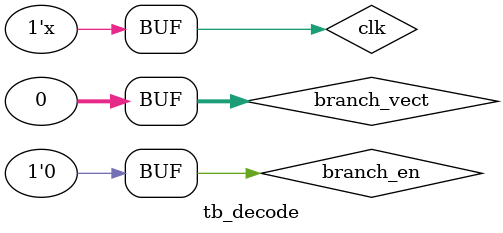
<source format=v>
`timescale 1ns / 1ps



module tb_decode;
    reg clk = 0;
    reg [31:0] branch_vect = 32'b0;
    reg branch_en = 0;

    wire dma_instr_en;
    wire [31:0] dma_instr_addr;
    wire [31:0] dma_instr_data;

    wire [31:0] instruction;
    wire instruction_valid;
    wire [31:0] pc_val;

    //decode output wires
//    wire [4:0] rs1;
//    wire [4:0] rs2;
//    wire [31:0] rs1_val; 
//    wire [31:0] rs2_val_dec; 
//    wire [4:0] rd_dec;
//    wire [19:0] imm;
//    wire [3:0] alu_ctrl;
//    wire [1:0] alu_sel_A;
//    wire [1:0] alu_sel_B;
//    wire reg_write_dec; 
//    wire mem_read_dec;
//    wire mem_write_dec;
//    wire [1:0] mem_size_dec;
//    wire branch;
//    wire jal;
//    wire jalr;
//    wire lui;
//    wire aupc;

    instr_writer writer(
        .clk(clk),
        .instr_write_en(dma_instr_en),
        .addr(dma_instr_addr),
        .data(dma_instr_data)
    );


     fetch_top fetch(
        //inputs
        .clk(clk),
        .branch_vect(branch_vect),
        .branch_en(branch_en),
        .dma_instr_write_en(dma_instr_en),
        .dma_instr_addr(dma_instr_addr),
        .dma_instr_write_data(dma_instr_data),
        //outputs
        .instruction(instruction),
        .instr_valid(instruction_valid),
        .pc_val(pc_val)
    );
   dec_top decode(
       //inputs
       .clk(clk),
       .instruction(instruction),
       .en(1'b1),
       .rs1_val_in(dout_A),
       .rs2_val_in(dout_B),
       //outputs
       .rs1(rs1),
       .rs2(rs2),
       .rs1_val(rs1_val),
       .rs2_val(rs2_val_dec),
       .rd(rd_dec),
       .imm(imm),
       .alu_ctrl(alu_ctrl),
       .alu_sel_A(alu_sel_A),
       .alu_sel_B(alu_sel_B),
       .reg_write(reg_write_dec),
       .mem_read(mem_read_dec),
       .mem_write(mem_write_dec),
       .mem_size(mem_size_dec),
       .branch(branch),
       .jal(jal),
       .jalr(jalr),
       .lui(lui),
       .aupc(aupc)
   );
    
    always begin
        #20 clk <= clk + 1;
    end



endmodule
</source>
